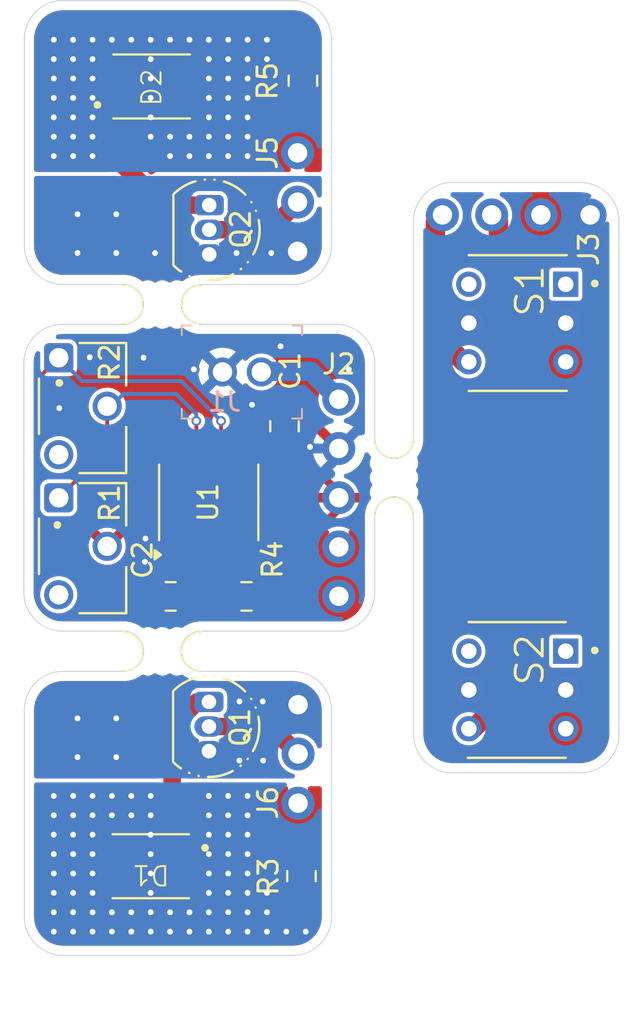
<source format=kicad_pcb>
(kicad_pcb (version 20241229) (generator "pcbnew") (generator_version "9.0")
  (layers (0 "F.Cu" signal) (2 "B.Cu" signal) (13 "F.Paste" user) (15 "B.Paste" user) (5 "F.SilkS" user "F.Silkscreen") (7 "B.SilkS" user "B.Silkscreen") (1 "F.Mask" user) (3 "B.Mask" user) (25 "Edge.Cuts" user))
  (net 0 "")
  (net 1 "Net-(U1-CV)")
  (net 2 "GND")
  (net 3 "/VT")
  (net 4 "Vin")
  (net 5 "Net-(D1-A)")
  (net 6 "+9V")
  (net 7 "Net-(U1-DIS)")
  (net 8 "/Vout")
  (net 9 "Net-(D1-K)")
  (net 10 "Net-(U1-Q)")
  (net 13 "/Vcc2")
  (net 14 "/Vcc1")
  (net 19 "Net-(D2-K)")
  (net 20 "Net-(D2-A)")
  (footprint "Package_TO_SOT_THT:TO-92_Inline" (layer "F.Cu") (at 132.83 112.464999 -90)
    (property "Reference" "Q1" (at 1.32 -1.61 90) (layer "F.SilkS"))
    (property "Value" "FMMT491A")
    (fp_line (start -0.53 1.85) (end 3.07 1.85) (stroke (width 0.12)) (layer "F.SilkS"))
    (fp_arc (start -0.568478 1.838478) (mid -1.132087 -0.994977) (end 1.27 -2.6) (stroke (width 0.12) (type dash_dot_dot)) (layer "F.SilkS"))
    (fp_arc (start 1.27 -2.6) (mid 3.672087 -0.994977) (end 3.108478 1.838478) (stroke (width 0.12) (type dash_dot_dot)) (layer "F.SilkS"))
    (pad "1" thru_hole roundrect (at 0 0 270) (size 1.05 1.5) (drill 0.75) (layers "*.Cu" "*.Mask") (roundrect_rratio 0.2380952381) (net 9 "Net-(D1-K)"))
    (pad "2" thru_hole oval (at 1.27 0 270) (size 1.05 1.5) (drill 0.75) (layers "*.Cu" "*.Mask") (net 8 "/Vout"))
    (pad "3" thru_hole oval (at 2.54 0 270) (size 1.05 1.5) (drill 0.75) (layers "*.Cu" "*.Mask") (net 2 "GND"))
  )
  (footprint "PV37W:TRIM_PV37W103C01B00" (layer "F.Cu") (at 126.31 104.439999 -90)
    (property "Reference" "R1" (at -2.225 -1.395 90) (layer "F.SilkS") (effects (font (size 1.000575 1.000575))))
    (property "Value" "50k")
    (fp_line (start -1.426 2.25) (end 1.426 2.25) (stroke (width 0.127)) (layer "F.SilkS"))
    (fp_line (start -3.26 0.156) (end -3.26 -2.25) (stroke (width 0.127)) (layer "F.SilkS"))
    (fp_line (start -3.26 -2.25) (end -1.074 -2.25) (stroke (width 0.127)) (layer "F.SilkS"))
    (fp_line (start 1.074 -2.25) (end 3.45 -2.25) (stroke (width 0.127)) (layer "F.SilkS"))
    (fp_line (start 3.45 -2.25) (end 3.45 0.156) (stroke (width 0.127)) (layer "F.SilkS"))
    (fp_circle (center -1.1 1.3) (end -1 1.3) (stroke (width 0.2)) (fill no) (layer "F.SilkS"))
    (pad "1" thru_hole roundrect (at -2.5 1.23 270) (size 1.508 1.508) (drill 1) (layers "*.Cu" "*.Mask") (roundrect_rratio 0.1657824934) (net 7 "Net-(U1-DIS)"))
    (pad "2" thru_hole circle (at 0 -1.27 270) (size 1.508 1.508) (drill 1) (layers "*.Cu" "*.Mask") (net 4 "Vin"))
    (pad "3" thru_hole circle (at 2.5 1.23 270) (size 1.508 1.508) (drill 1) (layers "*.Cu" "*.Mask"))
  )
  (footprint "Capacitor_SMD:C_0805_2012Metric_Pad1.18x1.45mm_HandSolder" (layer "F.Cu") (at 134.7675 107.024999)
    (property "Reference" "R4" (at 1.3425 -1.8975 90) (layer "F.SilkS"))
    (property "Value" "1k")
    (fp_line (start -0.261252 -0.735) (end 0.261252 -0.735) (stroke (width 0.12)) (layer "F.SilkS"))
    (fp_line (start -0.261252 0.735) (end 0.261252 0.735) (stroke (width 0.12)) (layer "F.SilkS"))
    (pad "1" smd roundrect (at -1.0375 0) (size 1.175 1.45) (layers "F.Cu" "F.Mask" "F.Paste") (roundrect_rratio 0.212766) (net 10 "Net-(U1-Q)"))
    (pad "2" smd roundrect (at 1.0375 0) (size 1.175 1.45) (layers "F.Cu" "F.Mask" "F.Paste") (roundrect_rratio 0.212766) (net 8 "/Vout"))
  )
  (footprint "TL2230EEF100:SW_TL2230EEF100" (layer "F.Cu") (at 148.74 92.925 -90)
    (property "Reference" "S1" (at -1.65 -0.65 90) (layer "F.SilkS") (effects (font (size 1.4 1.4))))
    (property "Value" "TL2230EEF100")
    (fp_line (start -3.5 2.5) (end -3.5 -2.55) (stroke (width 0.127)) (layer "F.SilkS"))
    (fp_line (start 3.5 -2.55) (end 3.5 2.5) (stroke (width 0.127)) (layer "F.SilkS"))
    (fp_circle (center -2.04 -4) (end -1.94 -4) (stroke (width 0.2)) (fill no) (layer "F.SilkS"))
    (pad "1" thru_hole rect (at -2 -2.5 270) (size 1.308 1.308) (drill 0.8) (layers "*.Cu" "*.Mask"))
    (pad "2" thru_hole circle (at 0 -2.5 270) (size 1.308 1.308) (drill 0.8) (layers "*.Cu" "*.Mask") (net 6 "+9V"))
    (pad "3" thru_hole circle (at 2 -2.5 270) (size 1.308 1.308) (drill 0.8) (layers "*.Cu" "*.Mask") (net 4 "Vin"))
    (pad "4" thru_hole circle (at -2 2.5 270) (size 1.308 1.308) (drill 0.8) (layers "*.Cu" "*.Mask"))
    (pad "5" thru_hole circle (at 0 2.5 270) (size 1.308 1.308) (drill 0.8) (layers "*.Cu" "*.Mask") (net 6 "+9V"))
    (pad "6" thru_hole circle (at 2 2.5 270) (size 1.308 1.308) (drill 0.8) (layers "*.Cu" "*.Mask") (net 13 "/Vcc2"))
  )
  (footprint "Capacitor_SMD:C_0805_2012Metric_Pad1.18x1.45mm_HandSolder" (layer "F.Cu") (at 136.73 98.252499 90)
    (property "Reference" "C1" (at 2.852499 0.295 90) (layer "F.SilkS"))
    (property "Value" "0.01uF")
    (fp_line (start -0.261252 -0.735) (end 0.261252 -0.735) (stroke (width 0.12)) (layer "F.SilkS"))
    (fp_line (start -0.261252 0.735) (end 0.261252 0.735) (stroke (width 0.12)) (layer "F.SilkS"))
    (pad "1" smd roundrect (at -1.0375 0 90) (size 1.175 1.45) (layers "F.Cu" "F.Mask" "F.Paste") (roundrect_rratio 0.212766) (net 1 "Net-(U1-CV)"))
    (pad "2" smd roundrect (at 1.0375 0 90) (size 1.175 1.45) (layers "F.Cu" "F.Mask" "F.Paste") (roundrect_rratio 0.212766) (net 2 "GND"))
  )
  (footprint "Capacitor_SMD:C_0805_2012Metric_Pad1.18x1.45mm_HandSolder" (layer "F.Cu") (at 137.605 121.452499 -90)
    (property "Reference" "R3" (at 0.022501 1.705 90) (layer "F.SilkS"))
    (property "Value" "120")
    (fp_line (start -0.261252 0.735) (end 0.261252 0.735) (stroke (width 0.12)) (layer "F.SilkS"))
    (fp_line (start -0.261252 -0.735) (end 0.261252 -0.735) (stroke (width 0.12)) (layer "F.SilkS"))
    (pad "1" smd roundrect (at -1.0375 0 270) (size 1.175 1.45) (layers "F.Cu" "F.Mask" "F.Paste") (roundrect_rratio 0.212766) (net 14 "/Vcc1"))
    (pad "2" smd roundrect (at 1.0375 0 270) (size 1.175 1.45) (layers "F.Cu" "F.Mask" "F.Paste") (roundrect_rratio 0.212766) (net 5 "Net-(D1-A)"))
  )
  (footprint "Panelization.pretty-master:mouse-bite-2mm-slot" (layer "F.Cu") (at 142.38 100.9 90)
    (property "Reference" "mouse-bite-2mm-slot" (hide yes))
    (property "Value" "VAL**" (hide yes))
    (fp_arc (start -2 -1) (mid -1 0) (end -2 1) (stroke (width 0.1)) (layer "F.SilkS"))
    (fp_arc (start 2 1) (mid 1 0) (end 2 -1) (stroke (width 0.1)) (layer "F.SilkS"))
    (pad "" np_thru_hole circle (at -0.75 -0.75 90) (size 0.5 0.5) (drill 0.5) (layers "*.Cu" "*.Mask"))
    (pad "" np_thru_hole circle (at -0.75 0.75 90) (size 0.5 0.5) (drill 0.5) (layers "*.Cu" "*.Mask"))
    (pad "" np_thru_hole circle (at 0 -0.75 90) (size 0.5 0.5) (drill 0.5) (layers "*.Cu" "*.Mask"))
    (pad "" np_thru_hole circle (at 0 0.75 90) (size 0.5 0.5) (drill 0.5) (layers "*.Cu" "*.Mask"))
    (pad "" np_thru_hole circle (at 0.75 -0.75 90) (size 0.5 0.5) (drill 0.5) (layers "*.Cu" "*.Mask"))
    (pad "" np_thru_hole circle (at 0.75 0.75 90) (size 0.5 0.5) (drill 0.5) (layers "*.Cu" "*.Mask"))
  )
  (footprint "TL2230EEF100:SW_TL2230EEF100" (layer "F.Cu") (at 148.74 111.85 -90)
    (property "Reference" "S2" (at -1.55 -0.65 90) (layer "F.SilkS") (effects (font (size 1.4 1.4))))
    (property "Value" "TL2230EEF100")
    (fp_line (start -3.5 2.5) (end -3.5 -2.5) (stroke (width 0.127)) (layer "F.SilkS"))
    (fp_line (start 3.5 -2.5) (end 3.5 2.55) (stroke (width 0.127)) (layer "F.SilkS"))
    (fp_circle (center -2.04 -4) (end -1.94 -4) (stroke (width 0.2)) (fill no) (layer "F.SilkS"))
    (pad "1" thru_hole rect (at -2 -2.5 270) (size 1.308 1.308) (drill 0.8) (layers "*.Cu" "*.Mask"))
    (pad "2" thru_hole circle (at 0 -2.5 270) (size 1.308 1.308) (drill 0.8) (layers "*.Cu" "*.Mask") (net 6 "+9V"))
    (pad "3" thru_hole circle (at 2 -2.5 270) (size 1.308 1.308) (drill 0.8) (layers "*.Cu" "*.Mask") (net 4 "Vin"))
    (pad "4" thru_hole circle (at -2 2.5 270) (size 1.308 1.308) (drill 0.8) (layers "*.Cu" "*.Mask"))
    (pad "5" thru_hole circle (at 0 2.5 270) (size 1.308 1.308) (drill 0.8) (layers "*.Cu" "*.Mask") (net 6 "+9V"))
    (pad "6" thru_hole circle (at 2 2.5 270) (size 1.308 1.308) (drill 0.8) (layers "*.Cu" "*.Mask") (net 14 "/Vcc1"))
  )
  (footprint "Connector_PinHeader_2.54mm:PinHeader_1x05_P2.54mm_Vertical" (layer "F.Cu") (at 139.53 107.014999 180)
    (property "Reference" "J2" (at 0 11.9625 0) (layer "F.SilkS"))
    (property "Value" "Conn_01x05_Pin" (hide yes))
    (pad "1" thru_hole oval (at 0 0 180) (size 1.7 1.7) (drill 1) (layers "*.Cu" "*.Mask") (net 8 "/Vout"))
    (pad "2" thru_hole oval (at 0 2.54 180) (size 1.7 1.7) (drill 1) (layers "*.Cu" "*.Mask") (net 8 "/Vout"))
    (pad "3" thru_hole oval (at 0 5.08 180) (size 1.7 1.7) (drill 1) (layers "*.Cu" "*.Mask") (net 4 "Vin"))
    (pad "4" thru_hole oval (at 0 7.62 180) (size 1.7 1.7) (drill 1) (layers "*.Cu" "*.Mask") (net 2 "GND"))
    (pad "5" thru_hole oval (at 0 10.16 180) (size 1.7 1.7) (drill 1) (layers "*.Cu" "*.Mask") (net 6 "+9V"))
  )
  (footprint "PV37W:TRIM_PV37W103C01B00" (layer "F.Cu") (at 126.31 97.214999 -90)
    (property "Reference" "R2" (at -2.25 -1.395 90) (layer "F.SilkS") (effects (font (size 1.000575 1.000575))))
    (property "Value" "50k")
    (fp_line (start -1.426 2.25) (end 1.426 2.25) (stroke (width 0.127)) (layer "F.SilkS"))
    (fp_line (start -3.26 0.156) (end -3.26 -2.25) (stroke (width 0.127)) (layer "F.SilkS"))
    (fp_line (start -3.26 -2.25) (end -1.074 -2.25) (stroke (width 0.127)) (layer "F.SilkS"))
    (fp_line (start 1.074 -2.25) (end 3.45 -2.25) (stroke (width 0.127)) (layer "F.SilkS"))
    (fp_line (start 3.45 -2.25) (end 3.45 0.156) (stroke (width 0.127)) (layer "F.SilkS"))
    (fp_circle (center -1.2 1.2) (end -1.1 1.2) (stroke (width 0.2)) (fill no) (layer "F.SilkS"))
    (pad "1" thru_hole roundrect (at -2.5 1.23 270) (size 1.508 1.508) (drill 1) (layers "*.Cu" "*.Mask") (roundrect_rratio 0.1657824934) (net 3 "/VT"))
    (pad "2" thru_hole circle (at 0 -1.27 270) (size 1.508 1.508) (drill 1) (layers "*.Cu" "*.Mask") (net 7 "Net-(U1-DIS)"))
    (pad "3" thru_hole circle (at 2.5 1.23 270) (size 1.508 1.508) (drill 1) (layers "*.Cu" "*.Mask"))
  )
  (footprint "Capacitor_SMD:C_0805_2012Metric_Pad1.18x1.45mm_HandSolder" (layer "F.Cu") (at 137.68 80.427499 90)
    (property "Reference" "R5" (at -0.022501 -1.83 270) (layer "F.SilkS"))
    (property "Value" "120")
    (fp_line (start -0.261252 -0.735) (end 0.261252 -0.735) (stroke (width 0.12)) (layer "F.SilkS"))
    (fp_line (start -0.261252 0.735) (end 0.261252 0.735) (stroke (width 0.12)) (layer "F.SilkS"))
    (pad "1" smd roundrect (at -1.0375 0 90) (size 1.175 1.45) (layers "F.Cu" "F.Mask" "F.Paste") (roundrect_rratio 0.212766) (net 13 "/Vcc2"))
    (pad "2" smd roundrect (at 1.0375 0 90) (size 1.175 1.45) (layers "F.Cu" "F.Mask" "F.Paste") (roundrect_rratio 0.212766) (net 20 "Net-(D2-A)"))
  )
  (footprint "custom_footprints:4-PLCC LED" (layer "F.Cu") (at 129.83 120.889999 180)
    (property "Reference" "D1" (at 0 -0.5 180) (layer "F.SilkS") (effects (font (thickness 0.1))))
    (property "Value" "LED")
    (fp_line (start -1.975 1.6) (end 1.975 1.6) (stroke (width 0.12)) (layer "F.SilkS"))
    (fp_line (start -1.975 -1.7) (end 1.975 -1.7) (stroke (width 0.12)) (layer "F.SilkS"))
    (fp_circle (center -2.8 0.9) (end -2.7 0.9) (stroke (width 0.2)) (fill no) (layer "F.SilkS"))
    (pad "1" smd rect (at -1.5 0.85 180) (size 1.7 1.1) (layers "F.Cu" "F.Mask" "F.Paste") (net 9 "Net-(D1-K)"))
    (pad "2" smd rect (at -1.5 -0.95 180) (size 1.7 1.1) (layers "F.Cu" "F.Mask" "F.Paste") (net 5 "Net-(D1-A)"))
    (pad "2" smd rect (at 1.5 -0.95 180) (size 1.7 1.1) (layers "F.Cu" "F.Mask" "F.Paste") (net 5 "Net-(D1-A)"))
    (pad "2" smd rect (at 1.5 0.85 180) (size 1.7 1.1) (layers "F.Cu" "F.Mask" "F.Paste") (net 5 "Net-(D1-A)"))
  )
  (footprint "Connector_PinHeader_2.54mm:PinHeader_1x03_P2.54mm_Vertical" (layer "F.Cu") (at 137.405 84.149999)
    (property "Reference" "J5" (at -1.555 0.000001 90) (layer "F.SilkS"))
    (property "Value" "Conn_01x03_Pin")
    (pad "1" thru_hole circle (at 0 0) (size 1.7 1.7) (drill 1) (layers "*.Cu" "*.Mask") (net 13 "/Vcc2"))
    (pad "2" thru_hole oval (at 0 2.54) (size 1.7 1.7) (drill 1) (layers "*.Cu" "*.Mask") (net 8 "/Vout"))
    (pad "3" thru_hole oval (at 0 5.08) (size 1.7 1.7) (drill 1) (layers "*.Cu" "*.Mask") (net 2 "GND"))
  )
  (footprint "Panelization.pretty-master:mouse-bite-2mm-slot" (layer "F.Cu") (at 130.43 91.97)
    (property "Reference" "mouse-bite-2mm-slot" (hide yes))
    (property "Value" "VAL**" (hide yes))
    (fp_arc (start -2 -1) (mid -1 0) (end -2 1) (stroke (width 0.1)) (layer "F.SilkS"))
    (fp_arc (start 2 1) (mid 1 0) (end 2 -1) (stroke (width 0.1)) (layer "F.SilkS"))
    (pad "" np_thru_hole circle (at -0.75 -0.75) (size 0.5 0.5) (drill 0.5) (layers "*.Cu" "*.Mask"))
    (pad "" np_thru_hole circle (at -0.75 0.75) (size 0.5 0.5) (drill 0.5) (layers "*.Cu" "*.Mask"))
    (pad "" np_thru_hole circle (at 0 -0.75) (size 0.5 0.5) (drill 0.5) (layers "*.Cu" "*.Mask"))
    (pad "" np_thru_hole circle (at 0 0.75) (size 0.5 0.5) (drill 0.5) (layers "*.Cu" "*.Mask"))
    (pad "" np_thru_hole circle (at 0.75 -0.75) (size 0.5 0.5) (drill 0.5) (layers "*.Cu" "*.Mask"))
    (pad "" np_thru_hole circle (at 0.75 0.75) (size 0.5 0.5) (drill 0.5) (layers "*.Cu" "*.Mask"))
  )
  (footprint "Capacitor_SMD:C_0805_2012Metric_Pad1.18x1.45mm_HandSolder" (layer "F.Cu") (at 130.8525 107.024999 180)
    (property "Reference" "C2" (at 1.4525 1.874999 90) (layer "F.SilkS"))
    (property "Value" "47uF")
    (fp_line (start -0.261252 0.735) (end 0.261252 0.735) (stroke (width 0.12)) (layer "F.SilkS"))
    (fp_line (start -0.261252 -0.735) (end 0.261252 -0.735) (stroke (width 0.12)) (layer "F.SilkS"))
    (pad "1" smd roundrect (at -1.0375 0 180) (size 1.175 1.45) (layers "F.Cu" "F.Mask" "F.Paste") (roundrect_rratio 0.212766) (net 3 "/VT"))
    (pad "2" smd roundrect (at 1.0375 0 180) (size 1.175 1.45) (layers "F.Cu" "F.Mask" "F.Paste") (roundrect_rratio 0.212766) (net 2 "GND"))
  )
  (footprint "Package_SO:SOIC-8_3.9x4.9mm_P1.27mm" (layer "F.Cu") (at 132.82 102.174999 90)
    (property "Reference" "U1" (at 0 -0.03 90) (layer "F.SilkS"))
    (property "Value" "LM555xM")
    (fp_line (start 0 -2.56) (end 1.95 -2.56) (stroke (width 0.12)) (layer "F.SilkS"))
    (fp_line (start 0 -2.56) (end -1.95 -2.56) (stroke (width 0.12)) (layer "F.SilkS"))
    (fp_line (start 0 2.56) (end 1.95 2.56) (stroke (width 0.12)) (layer "F.SilkS"))
    (fp_line (start 0 2.56) (end -1.95 2.56) (stroke (width 0.12)) (layer "F.SilkS"))
    (fp_poly (pts (xy -2.7 -2.465) (xy -2.94 -2.795) (xy -2.46 -2.795) (xy -2.7 -2.465)) (stroke (width 0.12)) (fill yes) (layer "F.SilkS"))
    (pad "1" smd roundrect (at -2.475 -1.905 90) (size 1.95 0.6) (layers "F.Cu" "F.Mask" "F.Paste") (net 2 "GND"))
    (pad "2" smd roundrect (at -2.475 -0.635 90) (size 1.95 0.6) (layers "F.Cu" "F.Mask" "F.Paste") (net 3 "/VT"))
    (pad "3" smd roundrect (at -2.475 0.635 90) (size 1.95 0.6) (layers "F.Cu" "F.Mask" "F.Paste") (net 10 "Net-(U1-Q)"))
    (pad "4" smd roundrect (at -2.475 1.905 90) (size 1.95 0.6) (layers "F.Cu" "F.Mask" "F.Paste") (net 4 "Vin"))
    (pad "5" smd roundrect (at 2.475 1.905 90) (size 1.95 0.6) (layers "F.Cu" "F.Mask" "F.Paste") (net 1 "Net-(U1-CV)"))
    (pad "6" smd roundrect (at 2.475 0.635 90) (size 1.95 0.6) (layers "F.Cu" "F.Mask" "F.Paste") (net 3 "/VT"))
    (pad "7" smd roundrect (at 2.475 -0.635 90) (size 1.95 0.6) (layers "F.Cu" "F.Mask" "F.Paste") (net 7 "Net-(U1-DIS)"))
    (pad "8" smd roundrect (at 2.475 -1.905 90) (size 1.95 0.6) (layers "F.Cu" "F.Mask" "F.Paste") (net 4 "Vin"))
  )
  (footprint "Connector_PinHeader_2.54mm:PinHeader_1x04_P2.54mm_Vertical" (layer "F.Cu") (at 152.5 87.35 -90)
    (property "Reference" "J3" (at 1.77 0.07 90) (layer "F.SilkS"))
    (property "Value" "Conn_01x04_Pin")
    (pad "1" thru_hole circle (at 0 0 270) (size 1.7 1.7) (drill 1) (layers "*.Cu" "*.Mask") (net 6 "+9V"))
    (pad "2" thru_hole circle (at 0 2.54 270) (size 1.7 1.7) (drill 1) (layers "*.Cu" "*.Mask") (net 4 "Vin"))
    (pad "3" thru_hole circle (at 0 5.08 270) (size 1.7 1.7) (drill 1) (layers "*.Cu" "*.Mask") (net 14 "/Vcc1"))
    (pad "4" thru_hole circle (at 0 7.62 270) (size 1.7 1.7) (drill 1) (layers "*.Cu" "*.Mask") (net 13 "/Vcc2"))
  )
  (footprint "custom_footprints:4-PLCC LED" (layer "F.Cu") (at 129.875 80.775)
    (property "Reference" "D2" (at 0 0 90) (layer "F.SilkS") (effects (font (thickness 0.1))))
    (property "Value" "LED")
    (fp_line (start -1.975 -1.7) (end 1.975 -1.7) (stroke (width 0.12)) (layer "F.SilkS"))
    (fp_line (start -1.975 1.6) (end 1.975 1.6) (stroke (width 0.12)) (layer "F.SilkS"))
    (fp_circle (center -2.8 0.9) (end -2.7 0.9) (stroke (width 0.2)) (fill no) (layer "F.SilkS"))
    (pad "1" smd rect (at -1.5 0.85) (size 1.7 1.1) (layers "F.Cu" "F.Mask" "F.Paste") (net 19 "Net-(D2-K)"))
    (pad "2" smd rect (at -1.5 -0.95) (size 1.7 1.1) (layers "F.Cu" "F.Mask" "F.Paste") (net 20 "Net-(D2-A)"))
    (pad "2" smd rect (at 1.5 -0.95) (size 1.7 1.1) (layers "F.Cu" "F.Mask" "F.Paste") (net 20 "Net-(D2-A)"))
    (pad "2" smd rect (at 1.5 0.85) (size 1.7 1.1) (layers "F.Cu" "F.Mask" "F.Paste") (net 20 "Net-(D2-A)"))
  )
  (footprint "Package_TO_SOT_THT:TO-92_Inline" (layer "F.Cu") (at 132.845 86.844999 -90)
    (property "Reference" "Q2" (at 1.245 -1.625 90) (layer "F.SilkS"))
    (property "Value" "FMMT491A")
    (fp_line (start -0.53 1.85) (end 3.07 1.85) (stroke (width 0.12)) (layer "F.SilkS"))
    (fp_arc (start -0.568478 1.838478) (mid -1.132087 -0.994977) (end 1.27 -2.6) (stroke (width 0.12) (type dash_dot_dot)) (layer "F.SilkS"))
    (fp_arc (start 1.27 -2.6) (mid 3.672087 -0.994977) (end 3.108478 1.838478) (stroke (width 0.12) (type dash_dot_dot)) (layer "F.SilkS"))
    (pad "1" thru_hole roundrect (at 0 0 270) (size 1.05 1.5) (drill 0.75) (layers "*.Cu" "*.Mask") (roundrect_rratio 0.2380952381) (net 19 "Net-(D2-K)"))
    (pad "2" thru_hole oval (at 1.27 0 270) (size 1.05 1.5) (drill 0.75) (layers "*.Cu" "*.Mask") (net 8 "/Vout"))
    (pad "3" thru_hole oval (at 2.54 0 270) (size 1.05 1.5) (drill 0.75) (layers "*.Cu" "*.Mask") (net 2 "GND"))
  )
  (footprint "Connector_PinHeader_2.54mm:PinHeader_1x03_P2.54mm_Vertical" (layer "F.Cu") (at 137.43 117.689999 180)
    (property "Reference" "J6" (at 1.555 0.025 90) (layer "F.SilkS"))
    (property "Value" "Conn_01x03_Pin")
    (pad "1" thru_hole circle (at 0 0 180) (size 1.7 1.7) (drill 1) (layers "*.Cu" "*.Mask") (net 14 "/Vcc1"))
    (pad "2" thru_hole oval (at 0 2.54 180) (size 1.7 1.7) (drill 1) (layers "*.Cu" "*.Mask") (net 8 "/Vout"))
    (pad "3" thru_hole oval (at 0 5.08 180) (size 1.7 1.7) (drill 1) (layers "*.Cu" "*.Mask") (net 2 "GND"))
  )
  (footprint "Panelization.pretty-master:mouse-bite-2mm-slot" (layer "F.Cu") (at 130.43 109.86)
    (property "Reference" "mouse-bite-2mm-slot" (hide yes))
    (property "Value" "VAL**" (hide yes))
    (fp_arc (start -2 -1) (mid -1 0) (end -2 1) (stroke (width 0.1)) (layer "F.SilkS"))
    (fp_arc (start 2 1) (mid 1 0) (end 2 -1) (stroke (width 0.1)) (layer "F.SilkS"))
    (pad "" np_thru_hole circle (at -0.75 -0.75) (size 0.5 0.5) (drill 0.5) (layers "*.Cu" "*.Mask"))
    (pad "" np_thru_hole circle (at -0.75 0.75) (size 0.5 0.5) (drill 0.5) (layers "*.Cu" "*.Mask"))
    (pad "" np_thru_hole circle (at 0 -0.75) (size 0.5 0.5) (drill 0.5) (layers "*.Cu" "*.Mask"))
    (pad "" np_thru_hole circle (at 0 0.75) (size 0.5 0.5) (drill 0.5) (layers "*.Cu" "*.Mask"))
    (pad "" np_thru_hole circle (at 0.75 -0.75) (size 0.5 0.5) (drill 0.5) (layers "*.Cu" "*.Mask"))
    (pad "" np_thru_hole circle (at 0.75 0.75) (size 0.5 0.5) (drill 0.5) (layers "*.Cu" "*.Mask"))
  )
  (footprint "custom_footprints:PinHeader_1x2_P2mm_Drill1mm" (layer "B.Cu") (at 133.53 95.45)
    (property "Reference" "J1" (at 0.1 1.525 180) (layer "B.SilkS") (effects (justify mirror)))
    (property "Value" "B2B-PH-K-S_LF__SN_" (hide yes))
    (fp_line (start -2.1 -1.9) (end -2.1 -2.4) (stroke (width 0.1)) (layer "B.SilkS"))
    (fp_line (start -2.1 1.9) (end -2.1 2.4) (stroke (width 0.1)) (layer "B.SilkS"))
    (fp_line (start -1.6 -2.4) (end -2.1 -2.4) (stroke (width 0.1)) (layer "B.SilkS"))
    (fp_line (start -1.6 2.4) (end -2.1 2.4) (stroke (width 0.1)) (layer "B.SilkS"))
    (fp_line (start 3.6 -2.4) (end 4.1 -2.4) (stroke (width 0.1)) (layer "B.SilkS"))
    (fp_line (start 3.6 2.4) (end 4.1 2.4) (stroke (width 0.1)) (layer "B.SilkS"))
    (fp_line (start 4.1 -1.9) (end 4.1 -2.4) (stroke (width 0.1)) (layer "B.SilkS"))
    (fp_line (start 4.1 1.9) (end 4.1 2.4) (stroke (width 0.1)) (layer "B.SilkS"))
    (pad "1" thru_hole circle (at 0 0) (size 1.5 1.5) (drill 1) (layers "*.Cu" "*.Mask") (net 2 "GND"))
    (pad "2" thru_hole circle (at 2 0) (size 1.5 1.5) (drill 1) (layers "*.Cu" "*.Mask") (net 6 "+9V"))
  )
  (gr_arc (start 123.305 78.289999) (mid 123.890787 76.875786) (end 125.305 76.289999) (stroke (width 0.05)) (layer "Edge.Cuts"))
  (gr_arc (start 143.39 98.9) (mid 142.385 99.905) (end 141.38 98.9) (stroke (width 0.05)) (layer "Edge.Cuts"))
  (gr_arc (start 125.305 125.539999) (mid 123.890787 124.954213) (end 123.305 123.539999) (stroke (width 0.05)) (layer "Edge.Cuts"))
  (gr_line (start 143.39 114.125) (end 143.39 102.91) (stroke (width 0.05)) (layer "Edge.Cuts"))
  (gr_arc (start 128.425 108.814999) (mid 129.4625 109.852499) (end 128.425 110.889999) (stroke (width 0.05)) (layer "Edge.Cuts"))
  (gr_line (start 125.305 110.889999) (end 128.425 110.889999) (stroke (width 0.05)) (layer "Edge.Cuts"))
  (gr_arc (start 132.425 110.889999) (mid 131.3875 109.852499) (end 132.425 108.814999) (stroke (width 0.05)) (layer "Edge.Cuts"))
  (gr_line (start 125.305 76.289999) (end 137.155 76.289999) (stroke (width 0.05)) (layer "Edge.Cuts"))
  (gr_arc (start 128.425 90.939999) (mid 129.45 91.964999) (end 128.425 92.989999) (stroke (width 0.05)) (layer "Edge.Cuts"))
  (gr_line (start 123.305 88.939999) (end 123.305 78.289999) (stroke (width 0.05)) (layer "Edge.Cuts"))
  (gr_arc (start 137.155 76.289999) (mid 138.569214 76.875785) (end 139.155 78.289999) (stroke (width 0.05)) (layer "Edge.Cuts"))
  (gr_line (start 132.425 108.814999) (end 139.695237 108.814999) (stroke (width 0.05)) (layer "Edge.Cuts"))
  (gr_arc (start 145.39 116.125) (mid 143.975786 115.539214) (end 143.39 114.125) (stroke (width 0.05)) (layer "Edge.Cuts"))
  (gr_arc (start 153.99 114.125) (mid 153.404214 115.539214) (end 151.99 116.125) (stroke (width 0.05)) (layer "Edge.Cuts"))
  (gr_arc (start 125.305 90.939999) (mid 123.890787 90.354213) (end 123.305 88.939999) (stroke (width 0.05)) (layer "Edge.Cuts"))
  (gr_line (start 125.305 90.939999) (end 128.425 90.939999) (stroke (width 0.05)) (layer "Edge.Cuts"))
  (gr_line (start 123.305 123.539999) (end 123.305 112.889999) (stroke (width 0.05)) (layer "Edge.Cuts"))
  (gr_line (start 123.28 106.814999) (end 123.28 94.989999) (stroke (width 0.05)) (layer "Edge.Cuts"))
  (gr_line (start 139.155 123.539999) (end 139.155 112.889999) (stroke (width 0.05)) (layer "Edge.Cuts"))
  (gr_arc (start 132.425 92.989999) (mid 131.4 91.964999) (end 132.425 90.939999) (stroke (width 0.05)) (layer "Edge.Cuts"))
  (gr_line (start 151.99 116.125) (end 145.39 116.125) (stroke (width 0.05)) (layer "Edge.Cuts"))
  (gr_line (start 125.28 92.989999) (end 128.425 92.989999) (stroke (width 0.05)) (layer "Edge.Cuts"))
  (gr_arc (start 141.38 106.839999) (mid 140.794214 108.254213) (end 139.695237 108.814999) (stroke (width 0.05)) (layer "Edge.Cuts"))
  (gr_line (start 141.38 94.99) (end 141.38 98.9) (stroke (width 0.05)) (layer "Edge.Cuts"))
  (gr_line (start 139.38 92.989999) (end 132.425 92.989999) (stroke (width 0.05)) (layer "Edge.Cuts"))
  (gr_arc (start 123.305 112.889999) (mid 123.890786 111.475785) (end 125.305 110.889999) (stroke (width 0.05)) (layer "Edge.Cuts"))
  (gr_line (start 125.28 108.814999) (end 128.425 108.814999) (stroke (width 0.05)) (layer "Edge.Cuts"))
  (gr_arc (start 137.155 110.889999) (mid 138.569214 111.475785) (end 139.155 112.889999) (stroke (width 0.05)) (layer "Edge.Cuts"))
  (gr_line (start 141.38 106.839999) (end 141.38 102.91) (stroke (width 0.05)) (layer "Edge.Cuts"))
  (gr_line (start 125.305 125.539999) (end 137.155 125.539999) (stroke (width 0.05)) (layer "Edge.Cuts"))
  (gr_line (start 145.39 85.675) (end 151.99 85.675) (stroke (width 0.05)) (layer "Edge.Cuts"))
  (gr_arc (start 151.99 85.675) (mid 153.404214 86.260786) (end 153.99 87.675) (stroke (width 0.05)) (layer "Edge.Cuts"))
  (gr_line (start 137.155 110.889999) (end 132.425 110.889999) (stroke (width 0.05)) (layer "Edge.Cuts"))
  (gr_arc (start 139.155 88.939999) (mid 138.569214 90.354213) (end 137.155 90.939999) (stroke (width 0.05)) (layer "Edge.Cuts"))
  (gr_line (start 139.155 78.289999) (end 139.155 88.939999) (stroke (width 0.05)) (layer "Edge.Cuts"))
  (gr_line (start 153.99 87.675) (end 153.99 114.125) (stroke (width 0.05)) (layer "Edge.Cuts"))
  (gr_arc (start 125.28 108.814999) (mid 123.865786 108.229213) (end 123.28 106.814999) (stroke (width 0.05)) (layer "Edge.Cuts"))
  (gr_line (start 137.155 90.939999) (end 132.425 90.939999) (stroke (width 0.05)) (layer "Edge.Cuts"))
  (gr_arc (start 139.38 92.989999) (mid 140.794214 93.575785) (end 141.38 94.989999) (stroke (width 0.05)) (layer "Edge.Cuts"))
  (gr_arc (start 143.39 87.675) (mid 143.975786 86.260786) (end 145.39 85.675) (stroke (width 0.05)) (layer "Edge.Cuts"))
  (gr_arc (start 141.38 102.91) (mid 142.385 101.905) (end 143.39 102.91) (stroke (width 0.05)) (layer "Edge.Cuts"))
  (gr_arc (start 123.28 94.989999) (mid 123.865786 93.575785) (end 125.28 92.989999) (stroke (width 0.05)) (layer "Edge.Cuts"))
  (gr_line (start 143.39 87.675) (end 143.39 98.9) (stroke (width 0.05)) (layer "Edge.Cuts"))
  (gr_arc (start 139.155 123.539999) (mid 138.569214 124.954213) (end 137.155 125.539999) (stroke (width 0.05)) (layer "Edge.Cuts"))
  (segment (start 135.93 99.299999) (end 134.855 100.374999) (width 0.6) (layer "F.Cu") (net 1))
  (segment (start 134.83 99.824999) (end 134.83 100.374999) (width 0.6) (layer "F.Cu") (net 1))
  (segment (start 134.725 98.999999) (end 134.725 99.699999) (width 0.6) (layer "F.Cu") (net 1))
  (segment (start 136.455 99.574999) (end 135.08 99.574999) (width 0.6) (layer "F.Cu") (net 1))
  (segment (start 136.73 99.299999) (end 135.93 99.299999) (width 0.6) (layer "F.Cu") (net 1))
  (segment (start 136.73 99.299999) (end 136.455 99.574999) (width 0.6) (layer "F.Cu") (net 1))
  (segment (start 136.455 98.999999) (end 134.725 98.999999) (width 0.6) (layer "F.Cu") (net 1))
  (segment (start 135.08 99.574999) (end 134.83 99.824999) (width 0.6) (layer "F.Cu") (net 1))
  (segment (start 140.449999 98.475) (end 139.53 99.394999) (width 0.5) (layer "F.Cu") (net 2))
  (segment (start 139.53 99.394999) (end 138.460001 98.325) (width 0.5) (layer "F.Cu") (net 2))
  (segment (start 140.449999 98.475) (end 140.629 98.475) (width 0.5) (layer "F.Cu") (net 2))
  (segment (start 138.460001 98.325) (end 138.45 98.325) (width 0.5) (layer "F.Cu") (net 2))
  (via (at 135.63 115.489999) (size 0.6) (drill 0.3) (layers "F.Cu" "B.Cu") (net 2))
  (via (at 140.048987 95.314999) (size 0.6) (drill 0.3) (layers "F.Cu" "B.Cu") (net 2))
  (via (at 126.048987 113.314999) (size 0.6) (drill 0.3) (layers "F.Cu" "B.Cu") (net 2))
  (via (at 129.455 94.714999) (size 0.6) (drill 0.3) (layers "F.Cu" "B.Cu") (net 2))
  (via (at 132.048987 95.314999) (size 0.6) (drill 0.3) (layers "F.Cu" "B.Cu") (net 2))
  (via (at 138.048987 99.314999) (size 0.6) (drill 0.3) (layers "F.Cu" "B.Cu") (net 2))
  (via (at 130.048987 89.314999) (size 0.6) (drill 0.3) (layers "F.Cu" "B.Cu") (net 2))
  (via (at 128.048987 115.314999) (size 0.6) (drill 0.3) (layers "F.Cu" "B.Cu") (net 2))
  (via (at 128.048987 89.314999) (size 0.6) (drill 0.3) (layers "F.Cu" "B.Cu") (net 2))
  (via (at 136.048987 89.314999) (size 0.6) (drill 0.3) (layers "F.Cu" "B.Cu") (net 2))
  (via (at 135.055 97.139999) (size 0.6) (drill 0.3) (layers "F.Cu" "B.Cu") (net 2))
  (via (at 125.105 97.314999) (size 0.6) (drill 0.3) (layers "F.Cu" "B.Cu") (net 2))
  (via (at 126.68 94.689999) (size 0.6) (drill 0.3) (layers "F.Cu" "B.Cu") (net 2))
  (via (at 135.605 112.439999) (size 0.6) (drill 0.3) (layers "F.Cu" "B.Cu") (net 2))
  (via (at 134.405 112.439999) (size 0.6) (drill 0.3) (layers "F.Cu" "B.Cu") (net 2))
  (via (at 134.405 115.489999) (size 0.6) (drill 0.3) (layers "F.Cu" "B.Cu") (net 2))
  (via (at 128.048987 113.314999) (size 0.6) (drill 0.3) (layers "F.Cu" "B.Cu") (net 2))
  (via (at 134.255 89.314999) (size 0.6) (drill 0.3) (layers "F.Cu" "B.Cu") (net 2))
  (via (at 129.53 105.239999) (size 0.5) (drill 0.3) (layers "F.Cu" "B.Cu") (net 2))
  (via (at 126.048987 87.314999) (size 0.6) (drill 0.3) (layers "F.Cu" "B.Cu") (net 2))
  (via (at 128.048987 87.314999) (size 0.6) (drill 0.3) (layers "F.Cu" "B.Cu") (net 2))
  (via (at 129.555 104.039999) (size 0.5) (drill 0.3) (layers "F.Cu" "B.Cu") (net 2))
  (via (at 126.048987 89.314999) (size 0.6) (drill 0.3) (layers "F.Cu" "B.Cu") (net 2))
  (via (at 136.525 94.125) (size 0.6) (drill 0.3) (layers "F.Cu" "B.Cu") (net 2))
  (via (at 126.048987 115.314999) (size 0.6) (drill 0.3) (layers "F.Cu" "B.Cu") (net 2))
  (segment (start 139.53 99.394999) (end 139.53 99.8) (width 0.5) (layer "B.Cu") (net 2))
  (segment (start 139.53 99.8) (end 138.62 100.71) (width 0.5) (layer "B.Cu") (net 2))
  (segment (start 139.53 99.394999) (end 140.449999 98.475) (width 0.5) (layer "B.Cu") (net 2))
  (segment (start 140.629 98.475) (end 140.449999 98.475) (width 0.5) (layer "B.Cu") (net 2))
  (segment (start 138.62 100.71) (end 139.09 100.71) (width 0.5) (layer "B.Cu") (net 2))
  (segment (start 130.675 108.239999) (end 131.89 107.024999) (width 0.2) (layer "F.Cu") (net 3))
  (segment (start 132.185 105.969999) (end 131.605 106.549999) (width 0.6) (layer "F.Cu") (net 3))
  (segment (start 132.185 104.649999) (end 132.185 105.969999) (width 0.6) (layer "F.Cu") (net 3))
  (segment (start 133.455 97.974999) (end 133.455 99.699999) (width 0.2) (layer "F.Cu") (net 3))
  (segment (start 123.98 95.814999) (end 123.98 103.339999) (width 0.2) (layer "F.Cu") (net 3))
  (segment (start 125.08 94.714999) (end 123.98 95.814999) (width 0.2) (layer "F.Cu") (net 3))
  (segment (start 132.185 104.649999) (end 132.185 106.729999) (width 0.6) (layer "F.Cu") (net 3))
  (segment (start 128.88 108.239999) (end 130.675 108.239999) (width 0.2) (layer "F.Cu") (net 3))
  (segment (start 132.185 106.729999) (end 131.89 107.024999) (width 0.6) (layer "F.Cu") (net 3))
  (segment (start 123.98 103.339999) (end 128.88 108.239999) (width 0.2) (layer "F.Cu") (net 3))
  (via (at 133.455 97.974999) (size 0.5) (drill 0.3) (layers "F.Cu" "B.Cu") (net 3))
  (segment (start 133.455 97.974999) (end 131.395 95.914999) (width 0.2) (layer "B.Cu") (net 3))
  (segment (start 131.395 95.914999) (end 126.28 95.914999) (width 0.2) (layer "B.Cu") (net 3))
  (segment (start 126.28 95.914999) (end 125.08 94.714999) (width 0.2) (layer "B.Cu") (net 3))
  (segment (start 139.53 101.664999) (end 138.68 100.814999) (width 0.4) (layer "F.Cu") (net 4))
  (segment (start 134.725 104.649999) (end 134.725 103.675) (width 0.6) (layer "F.Cu") (net 4))
  (segment (start 139.53 101.689999) (end 139.53 101.664999) (width 0.4) (layer "F.Cu") (net 4))
  (segment (start 134.725 103.675) (end 133.224999 102.174999) (width 0.6) (layer "F.Cu") (net 4))
  (segment (start 139.53 101.934999) (end 139.53 101.689999) (width 0.5) (layer "F.Cu") (net 4))
  (segment (start 139.53 102.489999) (end 139.53 102.514999) (width 0.4) (layer "F.Cu") (net 4))
  (segment (start 138.855 103.189999) (end 138.605 103.189999) (width 0.4) (layer "F.Cu") (net 4))
  (segment (start 139.53 101.934999) (end 139.53 102.489999) (width 0.5) (layer "F.Cu") (net 4))
  (segment (start 130.915 101.959999) (end 130.915 101.599999) (width 0.6) (layer "F.Cu") (net 4))
  (segment (start 131.13 102.174999) (end 130.915 101.959999) (width 0.6) (layer "F.Cu") (net 4))
  (segment (start 130.915 101.599999) (end 130.915 99.699999) (width 0.6) (layer "F.Cu") (net 4))
  (segment (start 138.68 100.814999) (end 138.63 100.814999) (width 0.4) (layer "F.Cu") (net 4))
  (segment (start 133.224999 102.174999) (end 131.13 102.174999) (width 0.6) (layer "F.Cu") (net 4))
  (segment (start 139.53 102.514999) (end 138.855 103.189999) (width 0.4) (layer "F.Cu") (net 4))
  (via (at 137.823987 124.314999) (size 0.6) (drill 0.3) (layers "F.Cu" "B.Cu") (net 5))
  (via (at 132.823987 124.314999) (size 0.6) (drill 0.3) (layers "F.Cu" "B.Cu") (net 5))
  (via (at 125.823987 123.314999) (size 0.6) (drill 0.3) (layers "F.Cu" "B.Cu") (net 5))
  (via (at 126.823987 118.314999) (size 0.6) (drill 0.3) (layers "F.Cu" "B.Cu") (net 5))
  (via (at 134.823987 121.314999) (size 0.6) (drill 0.3) (layers "F.Cu" "B.Cu") (net 5))
  (via (at 132.823987 120.314999) (size 0.6) (drill 0.3) (layers "F.Cu" "B.Cu") (net 5))
  (via (at 128.823987 124.314999) (size 0.6) (drill 0.3) (layers "F.Cu" "B.Cu") (net 5))
  (via (at 132.823987 123.314999) (size 0.6) (drill 0.3) (layers "F.Cu" "B.Cu") (net 5))
  (via (at 132.823987 119.314999) (size 0.6) (drill 0.3) (layers "F.Cu" "B.Cu") (net 5))
  (via (at 124.823987 118.314999) (size 0.6) (drill 0.3) (layers "F.Cu" "B.Cu") (net 5))
  (via (at 133.823987 122.314999) (size 0.6) (drill 0.3) (layers "F.Cu" "B.Cu") (net 5))
  (via (at 130.823987 124.314999) (size 0.6) (drill 0.3) (layers "F.Cu" "B.Cu") (net 5))
  (via (at 133.823987 120.314999) (size 0.6) (drill 0.3) (layers "F.Cu" "B.Cu") (net 5))
  (via (at 135.823987 122.314999) (size 0.6) (drill 0.3) (layers "F.Cu" "B.Cu") (net 5))
  (via (at 129.823987 121.314999) (size 0.6) (drill 0.3) (layers "F.Cu" "B.Cu") (net 5))
  (via (at 129.823987 120.314999) (size 0.6) (drill 0.3) (layers "F.Cu" "B.Cu") (net 5))
  (via (at 126.823987 121.314999) (size 0.6) (drill 0.3) (layers "F.Cu" "B.Cu") (net 5))
  (via (at 127.823987 117.314999) (size 0.6) (drill 0.3) (layers "F.Cu" "B.Cu") (net 5))
  (via (at 124.823987 119.314999) (size 0.6) (drill 0.3) (layers "F.Cu" "B.Cu") (net 5))
  (via (at 125.823987 119.314999) (size 0.6) (drill 0.3) (layers "F.Cu" "B.Cu") (net 5))
  (via (at 128.823987 123.314999) (size 0.6) (drill 0.3) (layers "F.Cu" "B.Cu") (net 5))
  (via (at 126.823987 119.314999) (size 0.6) (drill 0.3) (layers "F.Cu" "B.Cu") (net 5))
  (via (at 126.823987 123.314999) (size 0.6) (drill 0.3) (layers "F.Cu" "B.Cu") (net 5))
  (via (at 128.823987 118.314999) (size 0.6) (drill 0.3) (layers "F.Cu" "B.Cu") (net 5))
  (via (at 126.823987 122.314999) (size 0.6) (drill 0.3) (layers "F.Cu" "B.Cu") (net 5))
  (via (at 131.823987 123.314999) (size 0.6) (drill 0.3) (layers "F.Cu" "B.Cu") (net 5))
  (via (at 126.823987 124.314999) (size 0.6) (drill 0.3) (layers "F.Cu" "B.Cu") (net 5))
  (via (at 131.823987 124.314999) (size 0.6) (drill 0.3) (layers "F.Cu" "B.Cu") (net 5))
  (via (at 133.823987 119.314999) (size 0.6) (drill 0.3) (layers "F.Cu" "B.Cu") (net 5))
  (via (at 133.823987 118.314999) (size 0.6) (drill 0.3) (layers "F.Cu" "B.Cu") (net 5))
  (via (at 127.823987 118.314999) (size 0.6) (drill 0.3) (layers "F.Cu" "B.Cu") (net 5))
  (via (at 132.823987 121.314999) (size 0.6) (drill 0.3) (layers "F.Cu" "B.Cu") (net 5))
  (via (at 134.823987 119.314999) (size 0.6) (drill 0.3) (layers "F.Cu" "B.Cu") (net 5))
  (via (at 124.823987 122.314999) (size 0.6) (drill 0.3) (layers "F.Cu" "B.Cu") (net 5))
  (via (at 134.823987 118.314999) (size 0.6) (drill 0.3) (layers "F.Cu" "B.Cu") (net 5))
  (via (at 126.823987 117.314999) (size 0.6) (drill 0.3) (layers "F.Cu" "B.Cu") (net 5))
  (via (at 135.823987 124.314999) (size 0.6) (drill 0.3) (layers "F.Cu" "B.Cu") (net 5))
  (via (at 127.823987 123.314999) (size 0.6) (drill 0.3) (layers "F.Cu" "B.Cu") (net 5))
  (via (at 132.823987 117.314999) (size 0.6) (drill 0.3) (layers "F.Cu" "B.Cu") (net 5))
  (via (at 125.823987 122.314999) (size 0.6) (drill 0.3) (layers "F.Cu" "B.Cu") (net 5))
  (via (at 134.823987 122.314999) (size 0.6) (drill 0.3) (layers "F.Cu" "B.Cu") (net 5))
  (via (at 124.823987 117.314999) (size 0.6) (drill 0.3) (layers "F.Cu" "B.Cu") (net 5))
  (via (at 134.823987 120.314999) (size 0.6) (drill 0.3) (layers "F.Cu" "B.Cu") (net 5))
  (via (at 136.823987 124.314999) (size 0.6) (drill 0.3) (layers "F.Cu" "B.Cu") (net 5))
  (via (at 129.823987 123.314999) (size 0.6) (drill 0.3) (layers "F.Cu" "B.Cu") (net 5))
  (via (at 124.823987 123.314999) (size 0.6) (drill 0.3) (layers "F.Cu" "B.Cu") (net 5))
  (via (at 125.823987 120.314999) (size 0.6) (drill 0.3) (layers "F.Cu" "B.Cu") (net 5))
  (via (at 132.823987 122.314999) (size 0.6) (drill 0.3) (layers "F.Cu" "B.Cu") (net 5))
  (via (at 126.823987 120.314999) (size 0.6) (drill 0.3) (layers "F.Cu" "B.Cu") (net 5))
  (via (at 125.823987 118.314999) (size 0.6) (drill 0.3) (layers "F.Cu" "B.Cu") (net 5))
  (via (at 134.823987 117.314999) (size 0.6) (drill 0.3) (layers "F.Cu" "B.Cu") (net 5))
  (via (at 128.823987 117.314999) (size 0.6) (drill 0.3) (layers "F.Cu" "B.Cu") (net 5))
  (via (at 125.823987 124.314999) (size 0.6) (drill 0.3) (layers "F.Cu" "B.Cu") (net 5))
  (via (at 130.823987 123.314999) (size 0.6) (drill 0.3) (layers "F.Cu" "B.Cu") (net 5))
  (via (at 129.823987 118.314999) (size 0.6) (drill 0.3) (layers "F.Cu" "B.Cu") (net 5))
  (via (at 134.823987 123.314999) (size 0.6) (drill 0.3) (layers "F.Cu" "B.Cu") (net 5))
  (via (at 133.823987 117.314999) (size 0.6) (drill 0.3) (layers "F.Cu" "B.Cu") (net 5))
  (via (at 129.823987 117.314999) (size 0.6) (drill 0.3) (layers "F.Cu" "B.Cu") (net 5))
  (via (at 127.823987 124.314999) (size 0.6) (drill 0.3) (layers "F.Cu" "B.Cu") (net 5))
  (via (at 133.823987 121.314999) (size 0.6) (drill 0.3) (layers "F.Cu" "B.Cu") (net 5))
  (via (at 129.823987 119.314999) (size 0.6) (drill 0.3) (layers "F.Cu" "B.Cu") (net 5))
  (via (at 124.823987 121.314999) (size 0.6) (drill 0.3) (layers "F.Cu" "B.Cu") (net 5))
  (via (at 133.823987 124.314999) (size 0.6) (drill 0.3) (layers "F.Cu" "B.Cu") (net 5))
  (via (at 133.823987 123.314999) (size 0.6) (drill 0.3) (layers "F.Cu" "B.Cu") (net 5))
  (via (at 129.823987 124.314999) (size 0.6) (drill 0.3) (layers "F.Cu" "B.Cu") (net 5))
  (via (at 135.823987 123.314999) (size 0.6) (drill 0.3) (layers "F.Cu" "B.Cu") (net 5))
  (via (at 125.823987 117.314999) (size 0.6) (drill 0.3) (layers "F.Cu" "B.Cu") (net 5))
  (via (at 129.823987 122.314999) (size 0.6) (drill 0.3) (layers "F.Cu" "B.Cu") (net 5))
  (via (at 125.823987 121.314999) (size 0.6) (drill 0.3) (layers "F.Cu" "B.Cu") (net 5))
  (via (at 124.823987 124.314999) (size 0.6) (drill 0.3) (layers "F.Cu" "B.Cu") (net 5))
  (via (at 124.823987 120.314999) (size 0.6) (drill 0.3) (layers "F.Cu" "B.Cu") (net 5))
  (via (at 132.823987 118.314999) (size 0.6) (drill 0.3) (layers "F.Cu" "B.Cu") (net 5))
  (via (at 134.823987 124.314999) (size 0.6) (drill 0.3) (layers "F.Cu" "B.Cu") (net 5))
  (segment (start 138.09 95.414999) (end 139.53 96.854999) (width 1) (layer "B.Cu") (net 6))
  (segment (start 135.53 95.414999) (end 138.09 95.414999) (width 1) (layer "B.Cu") (net 6))
  (segment (start 132.18 99.694999) (end 132.185 99.699999) (width 0.2) (layer "F.Cu") (net 7))
  (segment (start 127.58 97.214999) (end 127.58 99.439999) (width 0.2) (layer "F.Cu") (net 7))
  (segment (start 132.18 97.974999) (end 132.18 99.694999) (width 0.2) (layer "F.Cu") (net 7))
  (segment (start 127.58 99.439999) (end 125.08 101.939999) (width 0.2) (layer "F.Cu") (net 7))
  (via (at 132.18 97.974999) (size 0.5) (drill 0.3) (layers "F.Cu" "B.Cu") (net 7))
  (segment (start 132.18 97.622499) (end 131.14 96.582499) (width 0.2) (layer "B.Cu") (net 7))
  (segment (start 132.18 97.974999) (end 132.18 97.622499) (width 0.2) (layer "B.Cu") (net 7))
  (segment (start 127.7875 97.214999) (end 127.58 97.214999) (width 0.2) (layer "B.Cu") (net 7))
  (segment (start 131.14 96.582499) (end 128.42 96.582499) (width 0.2) (layer "B.Cu") (net 7))
  (segment (start 128.42 96.582499) (end 127.7875 97.214999) (width 0.2) (layer "B.Cu") (net 7))
  (segment (start 137.43 115.149999) (end 137.44 115.139999) (width 0.6) (layer "F.Cu") (net 8))
  (segment (start 136.015 113.734999) (end 137.43 115.149999) (width 0.9) (layer "F.Cu") (net 8))
  (segment (start 137.405 86.689999) (end 135.98 88.114999) (width 0.9) (layer "F.Cu") (net 8))
  (segment (start 135.98 88.114999) (end 132.845 88.114999) (width 0.9) (layer "F.Cu") (net 8))
  (segment (start 139.52 107.024999) (end 139.53 107.014999) (width 0.9) (layer "F.Cu") (net 8))
  (segment (start 137.43 115.149999) (end 137.445 115.164999) (width 0.6) (layer "F.Cu") (net 8))
  (segment (start 132.83 113.734999) (end 136.015 113.734999) (width 0.9) (layer "F.Cu") (net 8))
  (segment (start 130.93 118.839999) (end 131.73 119.639999) (width 0.9) (layer "F.Cu") (net 9))
  (segment (start 130.93 119.689999) (end 131.33 120.089999) (width 0.9) (layer "F.Cu") (net 9))
  (segment (start 130.93 113.748298) (end 130.93 117.064999) (width 0.9) (layer "F.Cu") (net 9))
  (segment (start 130.93 117.064999) (end 130.93 119.689999) (width 0.9) (layer "F.Cu") (net 9))
  (segment (start 132.83 112.464999) (end 132.213299 112.464999) (width 0.9) (layer "F.Cu") (net 9))
  (segment (start 132.213299 112.464999) (end 130.93 113.748298) (width 0.9) (layer "F.Cu") (net 9))
  (segment (start 130.93 117.064999) (end 130.93 118.839999) (width 0.9) (layer "F.Cu") (net 9))
  (segment (start 133.455 105.999999) (end 134.005 106.549999) (width 0.6) (layer "F.Cu") (net 10))
  (segment (start 133.455 104.649999) (end 133.455 106.774999) (width 0.6) (layer "F.Cu") (net 10))
  (segment (start 133.455 104.649999) (end 133.455 105.999999) (width 0.6) (layer "F.Cu") (net 10))
  (segment (start 133.455 106.774999) (end 133.705 107.024999) (width 0.6) (layer "F.Cu") (net 10))
  (segment (start 144.44 87.35) (end 144.415 87.375) (width 0.8) (layer "F.Cu") (net 13))
  (segment (start 144.515 93.475) (end 145.965 94.925) (width 1) (layer "F.Cu") (net 13))
  (segment (start 145.965 94.925) (end 146.24 94.925) (width 1) (layer "F.Cu") (net 13))
  (segment (start 144.515 87.715) (end 144.515 93.475) (width 1) (layer "F.Cu") (net 13))
  (segment (start 144.88 87.35) (end 144.515 87.715) (width 1) (layer "F.Cu") (net 13))
  (segment (start 147.765 87.695) (end 147.42 87.35) (width 1) (layer "F.Cu") (net 14))
  (segment (start 147.765 112.55) (end 147.765 87.695) (width 1) (layer "F.Cu") (net 14))
  (segment (start 146.24 113.85) (end 146.465 113.85) (width 1) (layer "F.Cu") (net 14))
  (segment (start 146.465 113.85) (end 147.765 112.55) (width 1) (layer "F.Cu") (net 14))
  (segment (start 127.98 82.189999) (end 127.98 82.114999) (width 0.9) (layer "F.Cu") (net 19))
  (segment (start 130.46 86.844999) (end 132.845 86.844999) (width 0.9) (layer "F.Cu") (net 19))
  (segment (start 128.38 82.589999) (end 127.98 82.189999) (width 0.9) (layer "F.Cu") (net 19))
  (segment (start 128.38 84.764999) (end 130.46 86.844999) (width 0.9) (layer "F.Cu") (net 19))
  (segment (start 128.38 82.589999) (end 128.78 82.189999) (width 0.9) (layer "F.Cu") (net 19))
  (segment (start 128.38 81.639999) (end 128.38 84.764999) (width 0.9) (layer "F.Cu") (net 19))
  (via (at 133.823987 78.314999) (size 0.6) (drill 0.3) (layers "F.Cu" "B.Cu") (net 20))
  (via (at 129.823987 78.314999) (size 0.6) (drill 0.3) (layers "F.Cu" "B.Cu") (net 20))
  (via (at 129.823987 81.314999) (size 0.6) (drill 0.3) (layers "F.Cu" "B.Cu") (net 20))
  (via (at 133.823987 82.314999) (size 0.6) (drill 0.3) (layers "F.Cu" "B.Cu") (net 20))
  (via (at 131.823987 83.314999) (size 0.6) (drill 0.3) (layers "F.Cu" "B.Cu") (net 20))
  (via (at 126.823987 80.314999) (size 0.6) (drill 0.3) (layers "F.Cu" "B.Cu") (net 20))
  (via (at 124.823987 82.314999) (size 0.6) (drill 0.3) (layers "F.Cu" "B.Cu") (net 20))
  (via (at 125.823987 84.314999) (size 0.6) (drill 0.3) (layers "F.Cu" "B.Cu") (net 20))
  (via (at 126.823987 83.314999) (size 0.6) (drill 0.3) (layers "F.Cu" "B.Cu") (net 20))
  (via (at 125.823987 80.314999) (size 0.6) (drill 0.3) (layers "F.Cu" "B.Cu") (net 20))
  (via (at 125.823987 79.314999) (size 0.6) (drill 0.3) (layers "F.Cu" "B.Cu") (net 20))
  (via (at 131.823987 78.314999) (size 0.6) (drill 0.3) (layers "F.Cu" "B.Cu") (net 20))
  (via (at 130.823987 83.314999) (size 0.6) (drill 0.3) (layers "F.Cu" "B.Cu") (net 20))
  (via (at 124.823987 79.314999) (size 0.6) (drill 0.3) (layers "F.Cu" "B.Cu") (net 20))
  (via (at 129.823987 82.314999) (size 0.6) (drill 0.3) (layers "F.Cu" "B.Cu") (net 20))
  (via (at 126.823987 84.314999) (size 0.6) (drill 0.3) (layers "F.Cu" "B.Cu") (net 20))
  (via (at 126.823987 79.314999) (size 0.6) (drill 0.3) (layers "F.Cu" "B.Cu") (net 20))
  (via (at 128.823987 78.314999) (size 0.6) (drill 0.3) (layers "F.Cu" "B.Cu") (net 20))
  (via (at 134.823987 83.314999) (size 0.6) (drill 0.3) (layers "F.Cu" "B.Cu") (net 20))
  (via (at 127.823987 78.314999) (size 0.6) (drill 0.3) (layers "F.Cu" "B.Cu") (net 20))
  (via (at 132.823987 80.314999) (size 0.6) (drill 0.3) (layers "F.Cu" "B.Cu") (net 20))
  (via (at 133.823987 84.314999) (size 0.6) (drill 0.3) (layers "F.Cu" "B.Cu") (net 20))
  (via (at 126.823987 78.314999) (size 0.6) (drill 0.3) (layers "F.Cu" "B.Cu") (net 20))
  (via (at 129.823987 83.314999) (size 0.6) (drill 0.3) (layers "F.Cu" "B.Cu") (net 20))
  (via (at 129.823987 80.314999) (size 0.6) (drill 0.3) (layers "F.Cu" "B.Cu") (net 20))
  (via (at 132.823987 81.314999) (size 0.6) (drill 0.3) (layers "F.Cu" "B.Cu") (net 20))
  (via (at 135.823987 79.314999) (size 0.6) (drill 0.3) (layers "F.Cu" "B.Cu") (net 20))
  (via (at 124.823987 81.314999) (size 0.6) (drill 0.3) (layers "F.Cu" "B.Cu") (net 20))
  (via (at 134.823987 80.314999) (size 0.6) (drill 0.3) (layers "F.Cu" "B.Cu") (net 20))
  (via (at 129.823987 79.314999) (size 0.6) (drill 0.3) (layers "F.Cu" "B.Cu") (net 20))
  (via (at 132.823987 78.314999) (size 0.6) (drill 0.3) (layers "F.Cu" "B.Cu") (net 20))
  (via (at 126.823987 81.314999) (size 0.6) (drill 0.3) (layers "F.Cu" "B.Cu") (net 20))
  (via (at 124.823987 83.314999) (size 0.6) (drill 0.3) (layers "F.Cu" "B.Cu") (net 20))
  (via (at 134.823987 82.314999) (size 0.6) (drill 0.3) (layers "F.Cu" "B.Cu") (net 20))
  (via (at 133.823987 81.314999) (size 0.6) (drill 0.3) (layers "F.Cu" "B.Cu") (net 20))
  (via (at 130.823987 78.314999) (size 0.6) (drill 0.3) (layers "F.Cu" "B.Cu") (net 20))
  (via (at 132.823987 83.314999) (size 0.6) (drill 0.3) (layers "F.Cu" "B.Cu") (net 20))
  (via (at 135.823987 78.314999) (size 0.6) (drill 0.3) (layers "F.Cu" "B.Cu") (net 20))
  (via (at 124.823987 80.314999) (size 0.6) (drill 0.3) (layers "F.Cu" "B.Cu") (net 20))
  (via (at 125.823987 82.314999) (size 0.6) (drill 0.3) (layers "F.Cu" "B.Cu") (net 20))
  (via (at 131.823987 84.314999) (size 0.6) (drill 0.3) (layers "F.Cu" "B.Cu") (net 20))
  (via (at 133.823987 80.314999) (size 0.6) (drill 0.3) (layers "F.Cu" "B.Cu") (net 20))
  (via (at 125.823987 81.314999) (size 0.6) (drill 0.3) (layers "F.Cu" "B.Cu") (net 20))
  (via (at 126.823987 82.314999) (size 0.6) (drill 0.3) (layers "F.Cu" "B.Cu") (net 20))
  (via (at 124.823987 84.314999) (size 0.6) (drill 0.3) (layers "F.Cu" "B.Cu") (net 20))
  (via (at 132.823987 79.314999) (size 0.6) (drill 0.3) (layers "F.Cu" "B.Cu") (net 20))
  (via (at 134.823987 84.314999) (size 0.6) (drill 0.3) (layers "F.Cu" "B.Cu") (net 20))
  (via (at 132.823987 82.314999) (size 0.6) (drill 0.3) (layers "F.Cu" "B.Cu") (net 20))
  (via (at 125.823987 78.314999) (size 0.6) (drill 0.3) (layers "F.Cu" "B.Cu") (net 20))
  (via (at 125.823987 83.314999) (size 0.6) (drill 0.3) (layers "F.Cu" "B.Cu") (net 20))
  (via (at 134.823987 79.314999) (size 0.6) (drill 0.3) (layers "F.Cu" "B.Cu") (net 20))
  (via (at 124.823987 78.314999) (size 0.6) (drill 0.3) (layers "F.Cu" "B.Cu") (net 20))
  (via (at 132.823987 84.314999) (size 0.6) (drill 0.3) (layers "F.Cu" "B.Cu") (net 20))
  (via (at 133.823987 83.314999) (size 0.6) (drill 0.3) (layers "F.Cu" "B.Cu") (net 20))
  (via (at 133.823987 79.314999) (size 0.6) (drill 0.3) (layers "F.Cu" "B.Cu") (net 20))
  (via (at 130.823987 84.314999) (size 0.6) (drill 0.3) (layers "F.Cu" "B.Cu") (net 20))
  (via (at 134.823987 78.314999) (size 0.6) (drill 0.3) (layers "F.Cu" "B.Cu") (net 20))
  (via (at 134.823987 81.314999) (size 0.6) (drill 0.3) (layers "F.Cu" "B.Cu") (net 20))
  (zone (net 4) (net_name "Vin") (layer "F.Cu") (priority 5) (connect_pads thru_hole_only (clearance 0)) (min_thickness 0.25) (fill yes (thermal_gap 0.5) (thermal_bridge_width 0.5))
    (polygon (pts (xy 139.83 100.614999) (xy 133.055 100.614999) (xy 131.08 98.639999) (xy 131.08 97.189999) (xy 128.33 97.189999) (xy 127.58 97.939999) (xy 127.58 99.439999) (xy 125.38 101.639999) (xy 124.98 101.639999) (xy 123.98 102.639999) (xy 123.98 103.364999) (xy 126.005 105.389999) (xy 128.18 105.389999) (xy 128.855 104.714999) (xy 128.855 103.352499) (xy 128.905 103.289999) (xy 129.73 102.464999) (xy 132.155769 102.464999) (xy 134.755 105.564999) (xy 136.955 103.389999) (xy 139.83 103.389999) (xy 142.005 103.389999) (xy 142.005 100.614999)))
  )
  (zone (net 13) (net_name "/Vcc2") (layer "F.Cu") (priority 2) (connect_pads no (clearance 0)) (min_thickness 0.25) (fill yes (thermal_gap 0.5) (thermal_bridge_width 0.5))
    (polygon (pts (xy 139.405 80.439999) (xy 136.13 80.439999) (xy 136.13 85.439999) (xy 139.855 85.439999) (xy 139.855 80.889999)))
  )
  (zone (net 4) (net_name "Vin") (layer "F.Cu") (priority 7) (connect_pads no (clearance 0)) (min_thickness 0.25) (fill yes (thermal_gap 0.5) (thermal_bridge_width 0.5))
    (polygon (pts (xy 154.34 116.5) (xy 154.34 85.25) (xy 149.965 85.25) (xy 148.665 86.55) (xy 148.665 115.225) (xy 149.99 116.55) (xy 154.29 116.55)))
  )
  (zone (net 14) (net_name "/Vcc1") (layer "F.Cu") (priority 2) (connect_pads no (clearance 0)) (min_thickness 0.25) (fill yes (thermal_gap 0.5) (thermal_bridge_width 0.5))
    (polygon (pts (xy 139.755 116.814999) (xy 136.13 116.814999) (xy 136.13 121.464999) (xy 139.855 121.464999) (xy 139.855 116.914999)))
  )
  (zone (net 8) (net_name "/Vout") (layer "F.Cu") (priority 4) (connect_pads no (clearance 0)) (min_thickness 0.25) (fill yes (thermal_gap 0.5) (thermal_bridge_width 0.5))
    (polygon (pts (xy 141.53 108.789999) (xy 141.53 103.414999) (xy 137.005 103.414999) (xy 134.73 105.689999) (xy 134.69621 106.856209) (xy 134.705 106.864999) (xy 134.705 108.789999)))
  )
  (zone (net 20) (net_name "Net-(D2-A)") (layers "F.Cu" "B.Cu") (priority 1) (connect_pads no (clearance 0)) (min_thickness 0.25) (fill yes (thermal_gap 0.5) (thermal_bridge_width 0.5))
    (polygon (pts (xy 139.18 76.264999) (xy 123.03 76.264999) (xy 123.03 85.339999) (xy 139.08 85.339999) (xy 139.18 85.239999)))
  )
  (zone (net 2) (net_name "GND") (layers "F.Cu" "B.Cu") (priority 3) (connect_pads no (clearance 0)) (min_thickness 0.25) (fill yes (thermal_gap 0.5) (thermal_bridge_width 0.5))
    (polygon (pts (xy 139.155 85.339999) (xy 123.255 85.339999) (xy 123.255 90.889999) (xy 123.38 91.014999) (xy 139.13 91.014999) (xy 139.155 90.989999)))
  )
  (zone (net 5) (net_name "Net-(D1-A)") (layers "F.Cu" "B.Cu") (priority 1) (connect_pads no (clearance 0)) (min_thickness 0.25) (fill yes (thermal_gap 0.5) (thermal_bridge_width 0.5))
    (polygon (pts (xy 139.43 116.464999) (xy 123.28 116.464999) (xy 123.28 125.539999) (xy 139.33 125.539999) (xy 139.43 125.439999)))
  )
  (zone (net 2) (net_name "GND") (layers "F.Cu" "B.Cu") (priority 3) (connect_pads no (clearance 0)) (min_thickness 0.25) (fill yes (thermal_gap 0.5) (thermal_bridge_width 0.5))
    (polygon (pts (xy 123.28 116.414999) (xy 139.505 116.414999) (xy 139.505 110.814999) (xy 139.555 110.864999) (xy 123.305 110.864999) (xy 123.28 110.889999)))
  )
  (zone (net 2) (net_name "GND") (layers "F.Cu" "B.Cu") (connect_pads thru_hole_only (clearance 0)) (min_thickness 0.25) (fill yes (thermal_gap 0.5) (thermal_bridge_width 0.5))
    (polygon (pts (xy 142.405 108.314999) (xy 142.405 92.864999) (xy 123.08 92.864999) (xy 122.78 93.164999) (xy 122.78 108.889999) (xy 141.83 108.889999)))
  )
  (zone (net 6) (net_name "+9V") (layer "B.Cu") (priority 6) (connect_pads no (clearance 0)) (min_thickness 0.25) (fill yes (thermal_gap 0.5) (thermal_bridge_width 0.5))
    (polygon (pts (xy 154.815 116.8) (xy 154.815 84.9) (xy 141.84 84.9) (xy 141.815 84.925) (xy 141.815 116.225) (xy 142.69 117.1) (xy 154.515 117.1)))
  )
)
</source>
